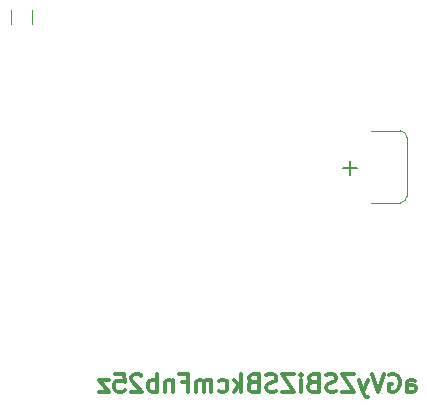
<source format=gbo>
G04 #@! TF.GenerationSoftware,KiCad,Pcbnew,(5.0.2)-1*
G04 #@! TF.CreationDate,2020-03-01T21:18:26+01:00*
G04 #@! TF.ProjectId,dragon,64726167-6f6e-42e6-9b69-6361645f7063,rev?*
G04 #@! TF.SameCoordinates,Original*
G04 #@! TF.FileFunction,Legend,Bot*
G04 #@! TF.FilePolarity,Positive*
%FSLAX46Y46*%
G04 Gerber Fmt 4.6, Leading zero omitted, Abs format (unit mm)*
G04 Created by KiCad (PCBNEW (5.0.2)-1) date 3/1/2020 9:18:26 PM*
%MOMM*%
%LPD*%
G01*
G04 APERTURE LIST*
%ADD10C,0.300000*%
%ADD11C,0.120000*%
%ADD12C,0.150000*%
G04 APERTURE END LIST*
D10*
X172642857Y-125678571D02*
X172642857Y-124892857D01*
X172714285Y-124750000D01*
X172857142Y-124678571D01*
X173142857Y-124678571D01*
X173285714Y-124750000D01*
X172642857Y-125607142D02*
X172785714Y-125678571D01*
X173142857Y-125678571D01*
X173285714Y-125607142D01*
X173357142Y-125464285D01*
X173357142Y-125321428D01*
X173285714Y-125178571D01*
X173142857Y-125107142D01*
X172785714Y-125107142D01*
X172642857Y-125035714D01*
X171142857Y-124250000D02*
X171285714Y-124178571D01*
X171500000Y-124178571D01*
X171714285Y-124250000D01*
X171857142Y-124392857D01*
X171928571Y-124535714D01*
X172000000Y-124821428D01*
X172000000Y-125035714D01*
X171928571Y-125321428D01*
X171857142Y-125464285D01*
X171714285Y-125607142D01*
X171500000Y-125678571D01*
X171357142Y-125678571D01*
X171142857Y-125607142D01*
X171071428Y-125535714D01*
X171071428Y-125035714D01*
X171357142Y-125035714D01*
X170642857Y-124178571D02*
X170142857Y-125678571D01*
X169642857Y-124178571D01*
X169285714Y-124678571D02*
X168928571Y-125678571D01*
X168571428Y-124678571D02*
X168928571Y-125678571D01*
X169071428Y-126035714D01*
X169142857Y-126107142D01*
X169285714Y-126178571D01*
X168142857Y-124178571D02*
X167142857Y-124178571D01*
X168142857Y-125678571D01*
X167142857Y-125678571D01*
X166642857Y-125607142D02*
X166428571Y-125678571D01*
X166071428Y-125678571D01*
X165928571Y-125607142D01*
X165857142Y-125535714D01*
X165785714Y-125392857D01*
X165785714Y-125250000D01*
X165857142Y-125107142D01*
X165928571Y-125035714D01*
X166071428Y-124964285D01*
X166357142Y-124892857D01*
X166500000Y-124821428D01*
X166571428Y-124750000D01*
X166642857Y-124607142D01*
X166642857Y-124464285D01*
X166571428Y-124321428D01*
X166500000Y-124250000D01*
X166357142Y-124178571D01*
X166000000Y-124178571D01*
X165785714Y-124250000D01*
X164642857Y-124892857D02*
X164428571Y-124964285D01*
X164357142Y-125035714D01*
X164285714Y-125178571D01*
X164285714Y-125392857D01*
X164357142Y-125535714D01*
X164428571Y-125607142D01*
X164571428Y-125678571D01*
X165142857Y-125678571D01*
X165142857Y-124178571D01*
X164642857Y-124178571D01*
X164500000Y-124250000D01*
X164428571Y-124321428D01*
X164357142Y-124464285D01*
X164357142Y-124607142D01*
X164428571Y-124750000D01*
X164500000Y-124821428D01*
X164642857Y-124892857D01*
X165142857Y-124892857D01*
X163642857Y-125678571D02*
X163642857Y-124678571D01*
X163642857Y-124178571D02*
X163714285Y-124250000D01*
X163642857Y-124321428D01*
X163571428Y-124250000D01*
X163642857Y-124178571D01*
X163642857Y-124321428D01*
X163071428Y-124178571D02*
X162071428Y-124178571D01*
X163071428Y-125678571D01*
X162071428Y-125678571D01*
X161571428Y-125607142D02*
X161357142Y-125678571D01*
X161000000Y-125678571D01*
X160857142Y-125607142D01*
X160785714Y-125535714D01*
X160714285Y-125392857D01*
X160714285Y-125250000D01*
X160785714Y-125107142D01*
X160857142Y-125035714D01*
X161000000Y-124964285D01*
X161285714Y-124892857D01*
X161428571Y-124821428D01*
X161500000Y-124750000D01*
X161571428Y-124607142D01*
X161571428Y-124464285D01*
X161500000Y-124321428D01*
X161428571Y-124250000D01*
X161285714Y-124178571D01*
X160928571Y-124178571D01*
X160714285Y-124250000D01*
X159571428Y-124892857D02*
X159357142Y-124964285D01*
X159285714Y-125035714D01*
X159214285Y-125178571D01*
X159214285Y-125392857D01*
X159285714Y-125535714D01*
X159357142Y-125607142D01*
X159500000Y-125678571D01*
X160071428Y-125678571D01*
X160071428Y-124178571D01*
X159571428Y-124178571D01*
X159428571Y-124250000D01*
X159357142Y-124321428D01*
X159285714Y-124464285D01*
X159285714Y-124607142D01*
X159357142Y-124750000D01*
X159428571Y-124821428D01*
X159571428Y-124892857D01*
X160071428Y-124892857D01*
X158571428Y-125678571D02*
X158571428Y-124178571D01*
X158428571Y-125107142D02*
X158000000Y-125678571D01*
X158000000Y-124678571D02*
X158571428Y-125250000D01*
X156714285Y-125607142D02*
X156857142Y-125678571D01*
X157142857Y-125678571D01*
X157285714Y-125607142D01*
X157357142Y-125535714D01*
X157428571Y-125392857D01*
X157428571Y-124964285D01*
X157357142Y-124821428D01*
X157285714Y-124750000D01*
X157142857Y-124678571D01*
X156857142Y-124678571D01*
X156714285Y-124750000D01*
X156071428Y-125678571D02*
X156071428Y-124678571D01*
X156071428Y-124821428D02*
X156000000Y-124750000D01*
X155857142Y-124678571D01*
X155642857Y-124678571D01*
X155500000Y-124750000D01*
X155428571Y-124892857D01*
X155428571Y-125678571D01*
X155428571Y-124892857D02*
X155357142Y-124750000D01*
X155214285Y-124678571D01*
X155000000Y-124678571D01*
X154857142Y-124750000D01*
X154785714Y-124892857D01*
X154785714Y-125678571D01*
X153571428Y-124892857D02*
X154071428Y-124892857D01*
X154071428Y-125678571D02*
X154071428Y-124178571D01*
X153357142Y-124178571D01*
X152785714Y-124678571D02*
X152785714Y-125678571D01*
X152785714Y-124821428D02*
X152714285Y-124750000D01*
X152571428Y-124678571D01*
X152357142Y-124678571D01*
X152214285Y-124750000D01*
X152142857Y-124892857D01*
X152142857Y-125678571D01*
X151428571Y-125678571D02*
X151428571Y-124178571D01*
X151428571Y-124750000D02*
X151285714Y-124678571D01*
X151000000Y-124678571D01*
X150857142Y-124750000D01*
X150785714Y-124821428D01*
X150714285Y-124964285D01*
X150714285Y-125392857D01*
X150785714Y-125535714D01*
X150857142Y-125607142D01*
X151000000Y-125678571D01*
X151285714Y-125678571D01*
X151428571Y-125607142D01*
X150142857Y-124321428D02*
X150071428Y-124250000D01*
X149928571Y-124178571D01*
X149571428Y-124178571D01*
X149428571Y-124250000D01*
X149357142Y-124321428D01*
X149285714Y-124464285D01*
X149285714Y-124607142D01*
X149357142Y-124821428D01*
X150214285Y-125678571D01*
X149285714Y-125678571D01*
X147928571Y-124178571D02*
X148642857Y-124178571D01*
X148714285Y-124892857D01*
X148642857Y-124821428D01*
X148500000Y-124750000D01*
X148142857Y-124750000D01*
X148000000Y-124821428D01*
X147928571Y-124892857D01*
X147857142Y-125035714D01*
X147857142Y-125392857D01*
X147928571Y-125535714D01*
X148000000Y-125607142D01*
X148142857Y-125678571D01*
X148500000Y-125678571D01*
X148642857Y-125607142D01*
X148714285Y-125535714D01*
X147357142Y-124678571D02*
X146571428Y-124678571D01*
X147357142Y-125678571D01*
X146571428Y-125678571D01*
D11*
G04 #@! TO.C,BT1*
X172611000Y-104140000D02*
X172611000Y-109140000D01*
X172061000Y-109690000D02*
G75*
G03X172611000Y-109140000I0J550000D01*
G01*
X172061000Y-103590000D02*
G75*
G02X172611000Y-104140000I0J-550000D01*
G01*
X172061000Y-109690000D02*
X169611000Y-109690000D01*
X169611000Y-103590000D02*
X172061000Y-103590000D01*
G04 #@! TO.C,R1*
X139090000Y-93385436D02*
X139090000Y-94589564D01*
X140910000Y-93385436D02*
X140910000Y-94589564D01*
G04 #@! TO.C,BT1*
D12*
X168382428Y-106747142D02*
X167239571Y-106747142D01*
X167811000Y-107318571D02*
X167811000Y-106175714D01*
G04 #@! TD*
M02*

</source>
